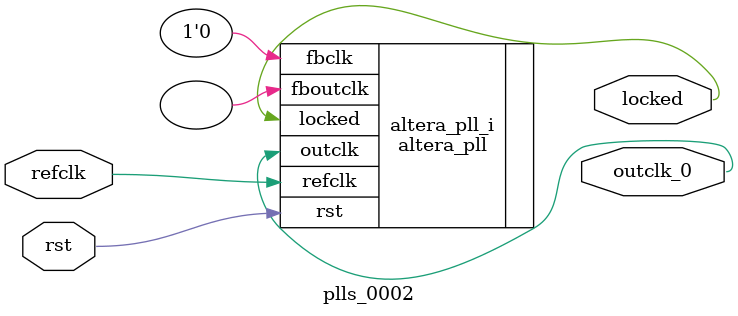
<source format=v>
`timescale 1ns/10ps
module  plls_0002(

	// interface 'refclk'
	input wire refclk,

	// interface 'reset'
	input wire rst,

	// interface 'outclk0'
	output wire outclk_0,

	// interface 'locked'
	output wire locked
);

	altera_pll #(
		.fractional_vco_multiplier("false"),
		.reference_clock_frequency("50.0 MHz"),
		.operation_mode("direct"),
		.number_of_clocks(1),
		.output_clock_frequency0("4.000000 MHz"),
		.phase_shift0("0 ps"),
		.duty_cycle0(50),
		.output_clock_frequency1("0 MHz"),
		.phase_shift1("0 ps"),
		.duty_cycle1(50),
		.output_clock_frequency2("0 MHz"),
		.phase_shift2("0 ps"),
		.duty_cycle2(50),
		.output_clock_frequency3("0 MHz"),
		.phase_shift3("0 ps"),
		.duty_cycle3(50),
		.output_clock_frequency4("0 MHz"),
		.phase_shift4("0 ps"),
		.duty_cycle4(50),
		.output_clock_frequency5("0 MHz"),
		.phase_shift5("0 ps"),
		.duty_cycle5(50),
		.output_clock_frequency6("0 MHz"),
		.phase_shift6("0 ps"),
		.duty_cycle6(50),
		.output_clock_frequency7("0 MHz"),
		.phase_shift7("0 ps"),
		.duty_cycle7(50),
		.output_clock_frequency8("0 MHz"),
		.phase_shift8("0 ps"),
		.duty_cycle8(50),
		.output_clock_frequency9("0 MHz"),
		.phase_shift9("0 ps"),
		.duty_cycle9(50),
		.output_clock_frequency10("0 MHz"),
		.phase_shift10("0 ps"),
		.duty_cycle10(50),
		.output_clock_frequency11("0 MHz"),
		.phase_shift11("0 ps"),
		.duty_cycle11(50),
		.output_clock_frequency12("0 MHz"),
		.phase_shift12("0 ps"),
		.duty_cycle12(50),
		.output_clock_frequency13("0 MHz"),
		.phase_shift13("0 ps"),
		.duty_cycle13(50),
		.output_clock_frequency14("0 MHz"),
		.phase_shift14("0 ps"),
		.duty_cycle14(50),
		.output_clock_frequency15("0 MHz"),
		.phase_shift15("0 ps"),
		.duty_cycle15(50),
		.output_clock_frequency16("0 MHz"),
		.phase_shift16("0 ps"),
		.duty_cycle16(50),
		.output_clock_frequency17("0 MHz"),
		.phase_shift17("0 ps"),
		.duty_cycle17(50),
		.pll_type("General"),
		.pll_subtype("General")
	) altera_pll_i (
		.rst	(rst),
		.outclk	({outclk_0}),
		.locked	(locked),
		.fboutclk	( ),
		.fbclk	(1'b0),
		.refclk	(refclk)
	);
endmodule


</source>
